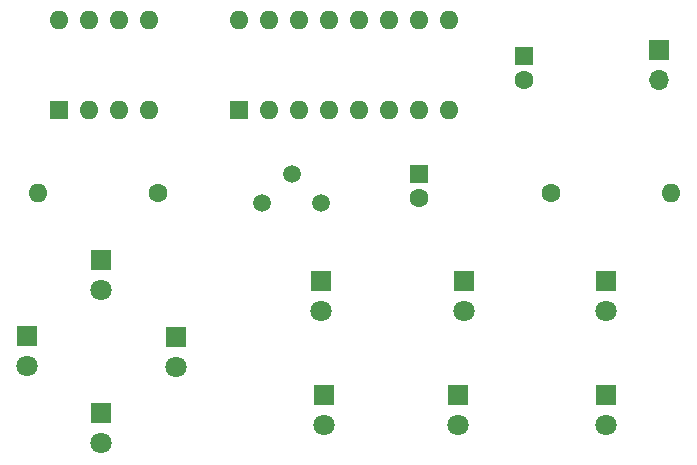
<source format=gbr>
%TF.GenerationSoftware,KiCad,Pcbnew,6.0.10-86aedd382b~118~ubuntu20.04.1*%
%TF.CreationDate,2023-02-16T22:50:28-08:00*%
%TF.ProjectId,SolderProject,536f6c64-6572-4507-926f-6a6563742e6b,rev?*%
%TF.SameCoordinates,Original*%
%TF.FileFunction,Soldermask,Bot*%
%TF.FilePolarity,Negative*%
%FSLAX46Y46*%
G04 Gerber Fmt 4.6, Leading zero omitted, Abs format (unit mm)*
G04 Created by KiCad (PCBNEW 6.0.10-86aedd382b~118~ubuntu20.04.1) date 2023-02-16 22:50:28*
%MOMM*%
%LPD*%
G01*
G04 APERTURE LIST*
%ADD10C,1.500000*%
%ADD11C,1.600000*%
%ADD12O,1.600000X1.600000*%
%ADD13R,1.600000X1.600000*%
%ADD14R,1.800000X1.800000*%
%ADD15C,1.800000*%
%ADD16R,1.700000X1.700000*%
%ADD17O,1.700000X1.700000*%
G04 APERTURE END LIST*
D10*
%TO.C,RV1*%
X122635000Y-77724000D03*
X125135000Y-75224000D03*
X127635000Y-77724000D03*
%TD*%
D11*
%TO.C,R3*%
X147066000Y-76835000D03*
D12*
X157226000Y-76835000D03*
%TD*%
%TO.C,R1*%
X103632000Y-76835000D03*
D11*
X113792000Y-76835000D03*
%TD*%
%TO.C,C2*%
X144780000Y-67264440D03*
D13*
X144780000Y-65264440D03*
%TD*%
%TO.C,C1*%
X135890000Y-75244888D03*
D11*
X135890000Y-77244888D03*
%TD*%
D14*
%TO.C,D3*%
X108966000Y-95504000D03*
D15*
X108966000Y-98044000D03*
%TD*%
D14*
%TO.C,D2*%
X115316000Y-89027000D03*
D15*
X115316000Y-91567000D03*
%TD*%
D14*
%TO.C,D5*%
X127635000Y-84265000D03*
D15*
X127635000Y-86805000D03*
%TD*%
D13*
%TO.C,U1*%
X105410000Y-69850000D03*
D12*
X107950000Y-69850000D03*
X110490000Y-69850000D03*
X113030000Y-69850000D03*
X113030000Y-62230000D03*
X110490000Y-62230000D03*
X107950000Y-62230000D03*
X105410000Y-62230000D03*
%TD*%
D14*
%TO.C,D6*%
X127845000Y-93980000D03*
D15*
X127845000Y-96520000D03*
%TD*%
D13*
%TO.C,U2*%
X120650000Y-69850000D03*
D12*
X123190000Y-69850000D03*
X125730000Y-69850000D03*
X128270000Y-69850000D03*
X130810000Y-69850000D03*
X133350000Y-69850000D03*
X135890000Y-69850000D03*
X138430000Y-69850000D03*
X138430000Y-62230000D03*
X135890000Y-62230000D03*
X133350000Y-62230000D03*
X130810000Y-62230000D03*
X128270000Y-62230000D03*
X125730000Y-62230000D03*
X123190000Y-62230000D03*
X120650000Y-62230000D03*
%TD*%
D15*
%TO.C,D7*%
X139700000Y-86805000D03*
D14*
X139700000Y-84265000D03*
%TD*%
%TO.C,D1*%
X108966000Y-82550000D03*
D15*
X108966000Y-85090000D03*
%TD*%
D16*
%TO.C,B1*%
X156210000Y-64770000D03*
D17*
X156210000Y-67310000D03*
%TD*%
D15*
%TO.C,D9*%
X151765000Y-86805000D03*
D14*
X151765000Y-84265000D03*
%TD*%
%TO.C,D10*%
X151765000Y-93980000D03*
D15*
X151765000Y-96520000D03*
%TD*%
D14*
%TO.C,D8*%
X139192000Y-93980000D03*
D15*
X139192000Y-96520000D03*
%TD*%
%TO.C,D4*%
X102743000Y-91542000D03*
D14*
X102743000Y-89002000D03*
%TD*%
M02*

</source>
